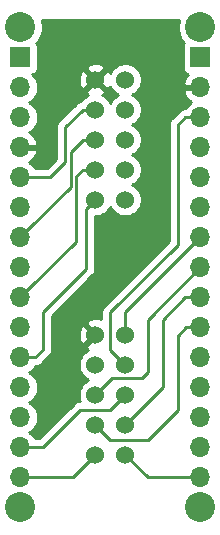
<source format=gbr>
G04 #@! TF.GenerationSoftware,KiCad,Pcbnew,(5.1.4)-1*
G04 #@! TF.CreationDate,2019-10-18T00:08:50-04:00*
G04 #@! TF.ProjectId,RepRap Display Controller,52657052-6170-4204-9469-73706c617920,rev?*
G04 #@! TF.SameCoordinates,Original*
G04 #@! TF.FileFunction,Copper,L1,Top*
G04 #@! TF.FilePolarity,Positive*
%FSLAX46Y46*%
G04 Gerber Fmt 4.6, Leading zero omitted, Abs format (unit mm)*
G04 Created by KiCad (PCBNEW (5.1.4)-1) date 2019-10-18 00:08:50*
%MOMM*%
%LPD*%
G04 APERTURE LIST*
%ADD10C,1.524000*%
%ADD11O,1.700000X1.700000*%
%ADD12R,1.700000X1.700000*%
%ADD13C,2.540000*%
%ADD14C,0.250000*%
%ADD15C,0.254000*%
G04 APERTURE END LIST*
D10*
X148336000Y-94742000D03*
X145796000Y-94742000D03*
X148336000Y-97282000D03*
X145796000Y-97282000D03*
X148336000Y-99822000D03*
X145796000Y-99822000D03*
X148336000Y-102362000D03*
X145796000Y-102362000D03*
X148336000Y-104902000D03*
X145796000Y-104902000D03*
D11*
X154686000Y-106807000D03*
X154686000Y-104267000D03*
X154686000Y-101727000D03*
X154686000Y-99187000D03*
X154686000Y-96647000D03*
X154686000Y-94107000D03*
X154686000Y-91567000D03*
X154686000Y-89027000D03*
X154686000Y-86487000D03*
X154686000Y-83947000D03*
X154686000Y-81407000D03*
X154686000Y-78867000D03*
X154686000Y-76327000D03*
X154686000Y-73787000D03*
D12*
X154686000Y-71247000D03*
D11*
X139446000Y-106807000D03*
X139446000Y-104267000D03*
X139446000Y-101727000D03*
X139446000Y-99187000D03*
X139446000Y-96647000D03*
X139446000Y-94107000D03*
X139446000Y-91567000D03*
X139446000Y-89027000D03*
X139446000Y-86487000D03*
X139446000Y-83947000D03*
X139446000Y-81407000D03*
X139446000Y-78867000D03*
X139446000Y-76327000D03*
X139446000Y-73787000D03*
D12*
X139446000Y-71247000D03*
D10*
X148336000Y-73152000D03*
X145796000Y-73152000D03*
X148336000Y-75692000D03*
X145796000Y-75692000D03*
X148336000Y-78232000D03*
X145796000Y-78232000D03*
X148336000Y-80772000D03*
X145796000Y-80772000D03*
X148336000Y-83312000D03*
X145796000Y-83312000D03*
D13*
X139446000Y-68707000D03*
X139446000Y-109347000D03*
X154686000Y-109347000D03*
X154686000Y-68707000D03*
D14*
X153416000Y-76327000D02*
X154686000Y-76327000D01*
X152781000Y-76962000D02*
X153416000Y-76327000D01*
X152781000Y-87122000D02*
X152781000Y-76962000D01*
X147066000Y-92837000D02*
X152781000Y-87122000D01*
X148336000Y-97282000D02*
X147066000Y-96012000D01*
X147066000Y-96012000D02*
X147066000Y-92837000D01*
X144718370Y-75692000D02*
X143256000Y-77154370D01*
X145796000Y-75692000D02*
X144718370Y-75692000D01*
X143256000Y-77154370D02*
X143256000Y-80137000D01*
X141986000Y-81407000D02*
X139446000Y-81407000D01*
X143256000Y-80137000D02*
X141986000Y-81407000D01*
X140295999Y-85637001D02*
X139446000Y-86487000D01*
X143706010Y-82226990D02*
X140295999Y-85637001D01*
X143706010Y-79244360D02*
X143706010Y-82226990D01*
X144718370Y-78232000D02*
X143706010Y-79244360D01*
X145796000Y-78232000D02*
X144718370Y-78232000D01*
X140295999Y-90717001D02*
X139446000Y-91567000D01*
X144156020Y-86856980D02*
X140295999Y-90717001D01*
X144156020Y-81334350D02*
X144156020Y-86856980D01*
X144718370Y-80772000D02*
X144156020Y-81334350D01*
X145796000Y-80772000D02*
X144718370Y-80772000D01*
X145034001Y-84073999D02*
X145034001Y-89153999D01*
X145796000Y-83312000D02*
X145034001Y-84073999D01*
X145034001Y-89153999D02*
X141351000Y-92837000D01*
X141351000Y-92837000D02*
X141351000Y-96012000D01*
X140716000Y-96647000D02*
X139446000Y-96647000D01*
X141351000Y-96012000D02*
X140716000Y-96647000D01*
X150241000Y-106807000D02*
X148336000Y-104902000D01*
X154686000Y-106807000D02*
X150241000Y-106807000D01*
X141351000Y-104267000D02*
X139446000Y-104267000D01*
X144526000Y-101092000D02*
X141351000Y-104267000D01*
X148336000Y-99822000D02*
X147066000Y-101092000D01*
X147066000Y-101092000D02*
X144526000Y-101092000D01*
X145796000Y-105367000D02*
X145796000Y-104267000D01*
X143891000Y-106807000D02*
X139446000Y-106807000D01*
X145796000Y-104902000D02*
X143891000Y-106807000D01*
X148336000Y-92837000D02*
X154686000Y-86487000D01*
X148336000Y-94742000D02*
X148336000Y-92837000D01*
X147248999Y-98369001D02*
X149788999Y-98369001D01*
X145796000Y-99822000D02*
X147248999Y-98369001D01*
X149788999Y-98369001D02*
X150241000Y-97917000D01*
X150241000Y-93472000D02*
X154686000Y-89027000D01*
X150241000Y-97917000D02*
X150241000Y-93472000D01*
X148336000Y-102362000D02*
X151511000Y-99187000D01*
X151511000Y-99187000D02*
X151511000Y-93472000D01*
X153416000Y-91567000D02*
X154686000Y-91567000D01*
X151511000Y-93472000D02*
X153416000Y-91567000D01*
X153483919Y-94107000D02*
X152781000Y-94809919D01*
X154686000Y-94107000D02*
X153483919Y-94107000D01*
X152781000Y-94809919D02*
X152781000Y-101092000D01*
X152781000Y-101092000D02*
X150241000Y-103632000D01*
X150241000Y-103632000D02*
X147066000Y-103632000D01*
X147066000Y-103632000D02*
X145796000Y-102362000D01*
D15*
G36*
X152854209Y-68151332D02*
G01*
X152781000Y-68519374D01*
X152781000Y-68894626D01*
X152854209Y-69262668D01*
X152997811Y-69609356D01*
X153206290Y-69921366D01*
X153315365Y-70030441D01*
X153305463Y-70042506D01*
X153246498Y-70152820D01*
X153210188Y-70272518D01*
X153197928Y-70397000D01*
X153197928Y-72097000D01*
X153210188Y-72221482D01*
X153246498Y-72341180D01*
X153305463Y-72451494D01*
X153384815Y-72548185D01*
X153481506Y-72627537D01*
X153591820Y-72686502D01*
X153672466Y-72710966D01*
X153588412Y-72786731D01*
X153414359Y-73020080D01*
X153289175Y-73282901D01*
X153244524Y-73430110D01*
X153365845Y-73660000D01*
X154559000Y-73660000D01*
X154559000Y-73640000D01*
X154813000Y-73640000D01*
X154813000Y-73660000D01*
X154833000Y-73660000D01*
X154833000Y-73914000D01*
X154813000Y-73914000D01*
X154813000Y-73934000D01*
X154559000Y-73934000D01*
X154559000Y-73914000D01*
X153365845Y-73914000D01*
X153244524Y-74143890D01*
X153289175Y-74291099D01*
X153414359Y-74553920D01*
X153588412Y-74787269D01*
X153804645Y-74982178D01*
X153921523Y-75051799D01*
X153856986Y-75086294D01*
X153630866Y-75271866D01*
X153445294Y-75497986D01*
X153410058Y-75563908D01*
X153378667Y-75567000D01*
X153267014Y-75577997D01*
X153123753Y-75621454D01*
X152991724Y-75692026D01*
X152875999Y-75786999D01*
X152852200Y-75815998D01*
X152269998Y-76398201D01*
X152241000Y-76421999D01*
X152217202Y-76450997D01*
X152217201Y-76450998D01*
X152146026Y-76537724D01*
X152075454Y-76669754D01*
X152031998Y-76813015D01*
X152017324Y-76962000D01*
X152021001Y-76999332D01*
X152021000Y-86807198D01*
X146554998Y-92273201D01*
X146526000Y-92296999D01*
X146502202Y-92325997D01*
X146502201Y-92325998D01*
X146431026Y-92412724D01*
X146360454Y-92544754D01*
X146337023Y-92622000D01*
X146316998Y-92688014D01*
X146313020Y-92728401D01*
X146302324Y-92837000D01*
X146306001Y-92874332D01*
X146306001Y-93438076D01*
X146265952Y-93419244D01*
X145998865Y-93352977D01*
X145723983Y-93340090D01*
X145451867Y-93381078D01*
X145192977Y-93474364D01*
X145077020Y-93536344D01*
X145010040Y-93776435D01*
X145796000Y-94562395D01*
X145810143Y-94548253D01*
X145989748Y-94727858D01*
X145975605Y-94742000D01*
X145989748Y-94756143D01*
X145810143Y-94935748D01*
X145796000Y-94921605D01*
X145010040Y-95707565D01*
X145077020Y-95947656D01*
X145212760Y-96011485D01*
X145134273Y-96043995D01*
X144905465Y-96196880D01*
X144710880Y-96391465D01*
X144557995Y-96620273D01*
X144452686Y-96874510D01*
X144399000Y-97144408D01*
X144399000Y-97419592D01*
X144452686Y-97689490D01*
X144557995Y-97943727D01*
X144710880Y-98172535D01*
X144905465Y-98367120D01*
X145134273Y-98520005D01*
X145211515Y-98552000D01*
X145134273Y-98583995D01*
X144905465Y-98736880D01*
X144710880Y-98931465D01*
X144557995Y-99160273D01*
X144452686Y-99414510D01*
X144399000Y-99684408D01*
X144399000Y-99959592D01*
X144452686Y-100229490D01*
X144494894Y-100331388D01*
X144488676Y-100332000D01*
X144488667Y-100332000D01*
X144377014Y-100342997D01*
X144235912Y-100385799D01*
X144233753Y-100386454D01*
X144101723Y-100457026D01*
X144018083Y-100525668D01*
X143985999Y-100551999D01*
X143962201Y-100580997D01*
X141036199Y-103507000D01*
X140723595Y-103507000D01*
X140686706Y-103437986D01*
X140501134Y-103211866D01*
X140275014Y-103026294D01*
X140220209Y-102997000D01*
X140275014Y-102967706D01*
X140501134Y-102782134D01*
X140686706Y-102556014D01*
X140824599Y-102298034D01*
X140909513Y-102018111D01*
X140938185Y-101727000D01*
X140909513Y-101435889D01*
X140824599Y-101155966D01*
X140686706Y-100897986D01*
X140501134Y-100671866D01*
X140275014Y-100486294D01*
X140220209Y-100457000D01*
X140275014Y-100427706D01*
X140501134Y-100242134D01*
X140686706Y-100016014D01*
X140824599Y-99758034D01*
X140909513Y-99478111D01*
X140938185Y-99187000D01*
X140909513Y-98895889D01*
X140824599Y-98615966D01*
X140686706Y-98357986D01*
X140501134Y-98131866D01*
X140275014Y-97946294D01*
X140220209Y-97917000D01*
X140275014Y-97887706D01*
X140501134Y-97702134D01*
X140686706Y-97476014D01*
X140721943Y-97410091D01*
X140753322Y-97407000D01*
X140753333Y-97407000D01*
X140864986Y-97396003D01*
X141008247Y-97352546D01*
X141140276Y-97281974D01*
X141256001Y-97187001D01*
X141279803Y-97157998D01*
X141862002Y-96575800D01*
X141891001Y-96552001D01*
X141985974Y-96436276D01*
X142056546Y-96304247D01*
X142100003Y-96160986D01*
X142111000Y-96049333D01*
X142111000Y-96049332D01*
X142114677Y-96012000D01*
X142111000Y-95974667D01*
X142111000Y-94814017D01*
X144394090Y-94814017D01*
X144435078Y-95086133D01*
X144528364Y-95345023D01*
X144590344Y-95460980D01*
X144830435Y-95527960D01*
X145616395Y-94742000D01*
X144830435Y-93956040D01*
X144590344Y-94023020D01*
X144473244Y-94272048D01*
X144406977Y-94539135D01*
X144394090Y-94814017D01*
X142111000Y-94814017D01*
X142111000Y-93151801D01*
X145545004Y-89717798D01*
X145574002Y-89694000D01*
X145600333Y-89661916D01*
X145668975Y-89578276D01*
X145739547Y-89446246D01*
X145783004Y-89302985D01*
X145794001Y-89191332D01*
X145794001Y-89191322D01*
X145797677Y-89153999D01*
X145794001Y-89116676D01*
X145794001Y-84709000D01*
X145933592Y-84709000D01*
X146203490Y-84655314D01*
X146457727Y-84550005D01*
X146686535Y-84397120D01*
X146881120Y-84202535D01*
X147034005Y-83973727D01*
X147066000Y-83896485D01*
X147097995Y-83973727D01*
X147250880Y-84202535D01*
X147445465Y-84397120D01*
X147674273Y-84550005D01*
X147928510Y-84655314D01*
X148198408Y-84709000D01*
X148473592Y-84709000D01*
X148743490Y-84655314D01*
X148997727Y-84550005D01*
X149226535Y-84397120D01*
X149421120Y-84202535D01*
X149574005Y-83973727D01*
X149679314Y-83719490D01*
X149733000Y-83449592D01*
X149733000Y-83174408D01*
X149679314Y-82904510D01*
X149574005Y-82650273D01*
X149421120Y-82421465D01*
X149226535Y-82226880D01*
X148997727Y-82073995D01*
X148920485Y-82042000D01*
X148997727Y-82010005D01*
X149226535Y-81857120D01*
X149421120Y-81662535D01*
X149574005Y-81433727D01*
X149679314Y-81179490D01*
X149733000Y-80909592D01*
X149733000Y-80634408D01*
X149679314Y-80364510D01*
X149574005Y-80110273D01*
X149421120Y-79881465D01*
X149226535Y-79686880D01*
X148997727Y-79533995D01*
X148920485Y-79502000D01*
X148997727Y-79470005D01*
X149226535Y-79317120D01*
X149421120Y-79122535D01*
X149574005Y-78893727D01*
X149679314Y-78639490D01*
X149733000Y-78369592D01*
X149733000Y-78094408D01*
X149679314Y-77824510D01*
X149574005Y-77570273D01*
X149421120Y-77341465D01*
X149226535Y-77146880D01*
X148997727Y-76993995D01*
X148920485Y-76962000D01*
X148997727Y-76930005D01*
X149226535Y-76777120D01*
X149421120Y-76582535D01*
X149574005Y-76353727D01*
X149679314Y-76099490D01*
X149733000Y-75829592D01*
X149733000Y-75554408D01*
X149679314Y-75284510D01*
X149574005Y-75030273D01*
X149421120Y-74801465D01*
X149226535Y-74606880D01*
X148997727Y-74453995D01*
X148920485Y-74422000D01*
X148997727Y-74390005D01*
X149226535Y-74237120D01*
X149421120Y-74042535D01*
X149574005Y-73813727D01*
X149679314Y-73559490D01*
X149733000Y-73289592D01*
X149733000Y-73014408D01*
X149679314Y-72744510D01*
X149574005Y-72490273D01*
X149421120Y-72261465D01*
X149226535Y-72066880D01*
X148997727Y-71913995D01*
X148743490Y-71808686D01*
X148473592Y-71755000D01*
X148198408Y-71755000D01*
X147928510Y-71808686D01*
X147674273Y-71913995D01*
X147445465Y-72066880D01*
X147250880Y-72261465D01*
X147097995Y-72490273D01*
X147068308Y-72561943D01*
X147063636Y-72548977D01*
X147001656Y-72433020D01*
X146761565Y-72366040D01*
X145975605Y-73152000D01*
X146761565Y-73937960D01*
X147001656Y-73870980D01*
X147065485Y-73735240D01*
X147097995Y-73813727D01*
X147250880Y-74042535D01*
X147445465Y-74237120D01*
X147674273Y-74390005D01*
X147751515Y-74422000D01*
X147674273Y-74453995D01*
X147445465Y-74606880D01*
X147250880Y-74801465D01*
X147097995Y-75030273D01*
X147066000Y-75107515D01*
X147034005Y-75030273D01*
X146881120Y-74801465D01*
X146686535Y-74606880D01*
X146457727Y-74453995D01*
X146386057Y-74424308D01*
X146399023Y-74419636D01*
X146514980Y-74357656D01*
X146581960Y-74117565D01*
X145796000Y-73331605D01*
X145010040Y-74117565D01*
X145077020Y-74357656D01*
X145212760Y-74421485D01*
X145134273Y-74453995D01*
X144905465Y-74606880D01*
X144710880Y-74801465D01*
X144619617Y-74938049D01*
X144569384Y-74942997D01*
X144426123Y-74986454D01*
X144294094Y-75057026D01*
X144294092Y-75057027D01*
X144294093Y-75057027D01*
X144207366Y-75128201D01*
X144207362Y-75128205D01*
X144178369Y-75151999D01*
X144154575Y-75180992D01*
X142745002Y-76590567D01*
X142715999Y-76614369D01*
X142670547Y-76669753D01*
X142621026Y-76730094D01*
X142564952Y-76835000D01*
X142550454Y-76862124D01*
X142506997Y-77005385D01*
X142496000Y-77117038D01*
X142496000Y-77117048D01*
X142492324Y-77154370D01*
X142496000Y-77191693D01*
X142496001Y-79822197D01*
X141671199Y-80647000D01*
X140723595Y-80647000D01*
X140686706Y-80577986D01*
X140501134Y-80351866D01*
X140275014Y-80166294D01*
X140210477Y-80131799D01*
X140327355Y-80062178D01*
X140543588Y-79867269D01*
X140717641Y-79633920D01*
X140842825Y-79371099D01*
X140887476Y-79223890D01*
X140766155Y-78994000D01*
X139573000Y-78994000D01*
X139573000Y-79014000D01*
X139319000Y-79014000D01*
X139319000Y-78994000D01*
X139299000Y-78994000D01*
X139299000Y-78740000D01*
X139319000Y-78740000D01*
X139319000Y-78720000D01*
X139573000Y-78720000D01*
X139573000Y-78740000D01*
X140766155Y-78740000D01*
X140887476Y-78510110D01*
X140842825Y-78362901D01*
X140717641Y-78100080D01*
X140543588Y-77866731D01*
X140327355Y-77671822D01*
X140210477Y-77602201D01*
X140275014Y-77567706D01*
X140501134Y-77382134D01*
X140686706Y-77156014D01*
X140824599Y-76898034D01*
X140909513Y-76618111D01*
X140938185Y-76327000D01*
X140909513Y-76035889D01*
X140824599Y-75755966D01*
X140686706Y-75497986D01*
X140501134Y-75271866D01*
X140275014Y-75086294D01*
X140220209Y-75057000D01*
X140275014Y-75027706D01*
X140501134Y-74842134D01*
X140686706Y-74616014D01*
X140824599Y-74358034D01*
X140909513Y-74078111D01*
X140938185Y-73787000D01*
X140909513Y-73495889D01*
X140827042Y-73224017D01*
X144394090Y-73224017D01*
X144435078Y-73496133D01*
X144528364Y-73755023D01*
X144590344Y-73870980D01*
X144830435Y-73937960D01*
X145616395Y-73152000D01*
X144830435Y-72366040D01*
X144590344Y-72433020D01*
X144473244Y-72682048D01*
X144406977Y-72949135D01*
X144394090Y-73224017D01*
X140827042Y-73224017D01*
X140824599Y-73215966D01*
X140686706Y-72957986D01*
X140501134Y-72731866D01*
X140471313Y-72707393D01*
X140540180Y-72686502D01*
X140650494Y-72627537D01*
X140747185Y-72548185D01*
X140826537Y-72451494D01*
X140885502Y-72341180D01*
X140921812Y-72221482D01*
X140925263Y-72186435D01*
X145010040Y-72186435D01*
X145796000Y-72972395D01*
X146581960Y-72186435D01*
X146514980Y-71946344D01*
X146265952Y-71829244D01*
X145998865Y-71762977D01*
X145723983Y-71750090D01*
X145451867Y-71791078D01*
X145192977Y-71884364D01*
X145077020Y-71946344D01*
X145010040Y-72186435D01*
X140925263Y-72186435D01*
X140934072Y-72097000D01*
X140934072Y-70397000D01*
X140921812Y-70272518D01*
X140885502Y-70152820D01*
X140826537Y-70042506D01*
X140816635Y-70030441D01*
X140925710Y-69921366D01*
X141134189Y-69609356D01*
X141277791Y-69262668D01*
X141351000Y-68894626D01*
X141351000Y-68519374D01*
X141277791Y-68151332D01*
X141265641Y-68122000D01*
X152866359Y-68122000D01*
X152854209Y-68151332D01*
X152854209Y-68151332D01*
G37*
X152854209Y-68151332D02*
X152781000Y-68519374D01*
X152781000Y-68894626D01*
X152854209Y-69262668D01*
X152997811Y-69609356D01*
X153206290Y-69921366D01*
X153315365Y-70030441D01*
X153305463Y-70042506D01*
X153246498Y-70152820D01*
X153210188Y-70272518D01*
X153197928Y-70397000D01*
X153197928Y-72097000D01*
X153210188Y-72221482D01*
X153246498Y-72341180D01*
X153305463Y-72451494D01*
X153384815Y-72548185D01*
X153481506Y-72627537D01*
X153591820Y-72686502D01*
X153672466Y-72710966D01*
X153588412Y-72786731D01*
X153414359Y-73020080D01*
X153289175Y-73282901D01*
X153244524Y-73430110D01*
X153365845Y-73660000D01*
X154559000Y-73660000D01*
X154559000Y-73640000D01*
X154813000Y-73640000D01*
X154813000Y-73660000D01*
X154833000Y-73660000D01*
X154833000Y-73914000D01*
X154813000Y-73914000D01*
X154813000Y-73934000D01*
X154559000Y-73934000D01*
X154559000Y-73914000D01*
X153365845Y-73914000D01*
X153244524Y-74143890D01*
X153289175Y-74291099D01*
X153414359Y-74553920D01*
X153588412Y-74787269D01*
X153804645Y-74982178D01*
X153921523Y-75051799D01*
X153856986Y-75086294D01*
X153630866Y-75271866D01*
X153445294Y-75497986D01*
X153410058Y-75563908D01*
X153378667Y-75567000D01*
X153267014Y-75577997D01*
X153123753Y-75621454D01*
X152991724Y-75692026D01*
X152875999Y-75786999D01*
X152852200Y-75815998D01*
X152269998Y-76398201D01*
X152241000Y-76421999D01*
X152217202Y-76450997D01*
X152217201Y-76450998D01*
X152146026Y-76537724D01*
X152075454Y-76669754D01*
X152031998Y-76813015D01*
X152017324Y-76962000D01*
X152021001Y-76999332D01*
X152021000Y-86807198D01*
X146554998Y-92273201D01*
X146526000Y-92296999D01*
X146502202Y-92325997D01*
X146502201Y-92325998D01*
X146431026Y-92412724D01*
X146360454Y-92544754D01*
X146337023Y-92622000D01*
X146316998Y-92688014D01*
X146313020Y-92728401D01*
X146302324Y-92837000D01*
X146306001Y-92874332D01*
X146306001Y-93438076D01*
X146265952Y-93419244D01*
X145998865Y-93352977D01*
X145723983Y-93340090D01*
X145451867Y-93381078D01*
X145192977Y-93474364D01*
X145077020Y-93536344D01*
X145010040Y-93776435D01*
X145796000Y-94562395D01*
X145810143Y-94548253D01*
X145989748Y-94727858D01*
X145975605Y-94742000D01*
X145989748Y-94756143D01*
X145810143Y-94935748D01*
X145796000Y-94921605D01*
X145010040Y-95707565D01*
X145077020Y-95947656D01*
X145212760Y-96011485D01*
X145134273Y-96043995D01*
X144905465Y-96196880D01*
X144710880Y-96391465D01*
X144557995Y-96620273D01*
X144452686Y-96874510D01*
X144399000Y-97144408D01*
X144399000Y-97419592D01*
X144452686Y-97689490D01*
X144557995Y-97943727D01*
X144710880Y-98172535D01*
X144905465Y-98367120D01*
X145134273Y-98520005D01*
X145211515Y-98552000D01*
X145134273Y-98583995D01*
X144905465Y-98736880D01*
X144710880Y-98931465D01*
X144557995Y-99160273D01*
X144452686Y-99414510D01*
X144399000Y-99684408D01*
X144399000Y-99959592D01*
X144452686Y-100229490D01*
X144494894Y-100331388D01*
X144488676Y-100332000D01*
X144488667Y-100332000D01*
X144377014Y-100342997D01*
X144235912Y-100385799D01*
X144233753Y-100386454D01*
X144101723Y-100457026D01*
X144018083Y-100525668D01*
X143985999Y-100551999D01*
X143962201Y-100580997D01*
X141036199Y-103507000D01*
X140723595Y-103507000D01*
X140686706Y-103437986D01*
X140501134Y-103211866D01*
X140275014Y-103026294D01*
X140220209Y-102997000D01*
X140275014Y-102967706D01*
X140501134Y-102782134D01*
X140686706Y-102556014D01*
X140824599Y-102298034D01*
X140909513Y-102018111D01*
X140938185Y-101727000D01*
X140909513Y-101435889D01*
X140824599Y-101155966D01*
X140686706Y-100897986D01*
X140501134Y-100671866D01*
X140275014Y-100486294D01*
X140220209Y-100457000D01*
X140275014Y-100427706D01*
X140501134Y-100242134D01*
X140686706Y-100016014D01*
X140824599Y-99758034D01*
X140909513Y-99478111D01*
X140938185Y-99187000D01*
X140909513Y-98895889D01*
X140824599Y-98615966D01*
X140686706Y-98357986D01*
X140501134Y-98131866D01*
X140275014Y-97946294D01*
X140220209Y-97917000D01*
X140275014Y-97887706D01*
X140501134Y-97702134D01*
X140686706Y-97476014D01*
X140721943Y-97410091D01*
X140753322Y-97407000D01*
X140753333Y-97407000D01*
X140864986Y-97396003D01*
X141008247Y-97352546D01*
X141140276Y-97281974D01*
X141256001Y-97187001D01*
X141279803Y-97157998D01*
X141862002Y-96575800D01*
X141891001Y-96552001D01*
X141985974Y-96436276D01*
X142056546Y-96304247D01*
X142100003Y-96160986D01*
X142111000Y-96049333D01*
X142111000Y-96049332D01*
X142114677Y-96012000D01*
X142111000Y-95974667D01*
X142111000Y-94814017D01*
X144394090Y-94814017D01*
X144435078Y-95086133D01*
X144528364Y-95345023D01*
X144590344Y-95460980D01*
X144830435Y-95527960D01*
X145616395Y-94742000D01*
X144830435Y-93956040D01*
X144590344Y-94023020D01*
X144473244Y-94272048D01*
X144406977Y-94539135D01*
X144394090Y-94814017D01*
X142111000Y-94814017D01*
X142111000Y-93151801D01*
X145545004Y-89717798D01*
X145574002Y-89694000D01*
X145600333Y-89661916D01*
X145668975Y-89578276D01*
X145739547Y-89446246D01*
X145783004Y-89302985D01*
X145794001Y-89191332D01*
X145794001Y-89191322D01*
X145797677Y-89153999D01*
X145794001Y-89116676D01*
X145794001Y-84709000D01*
X145933592Y-84709000D01*
X146203490Y-84655314D01*
X146457727Y-84550005D01*
X146686535Y-84397120D01*
X146881120Y-84202535D01*
X147034005Y-83973727D01*
X147066000Y-83896485D01*
X147097995Y-83973727D01*
X147250880Y-84202535D01*
X147445465Y-84397120D01*
X147674273Y-84550005D01*
X147928510Y-84655314D01*
X148198408Y-84709000D01*
X148473592Y-84709000D01*
X148743490Y-84655314D01*
X148997727Y-84550005D01*
X149226535Y-84397120D01*
X149421120Y-84202535D01*
X149574005Y-83973727D01*
X149679314Y-83719490D01*
X149733000Y-83449592D01*
X149733000Y-83174408D01*
X149679314Y-82904510D01*
X149574005Y-82650273D01*
X149421120Y-82421465D01*
X149226535Y-82226880D01*
X148997727Y-82073995D01*
X148920485Y-82042000D01*
X148997727Y-82010005D01*
X149226535Y-81857120D01*
X149421120Y-81662535D01*
X149574005Y-81433727D01*
X149679314Y-81179490D01*
X149733000Y-80909592D01*
X149733000Y-80634408D01*
X149679314Y-80364510D01*
X149574005Y-80110273D01*
X149421120Y-79881465D01*
X149226535Y-79686880D01*
X148997727Y-79533995D01*
X148920485Y-79502000D01*
X148997727Y-79470005D01*
X149226535Y-79317120D01*
X149421120Y-79122535D01*
X149574005Y-78893727D01*
X149679314Y-78639490D01*
X149733000Y-78369592D01*
X149733000Y-78094408D01*
X149679314Y-77824510D01*
X149574005Y-77570273D01*
X149421120Y-77341465D01*
X149226535Y-77146880D01*
X148997727Y-76993995D01*
X148920485Y-76962000D01*
X148997727Y-76930005D01*
X149226535Y-76777120D01*
X149421120Y-76582535D01*
X149574005Y-76353727D01*
X149679314Y-76099490D01*
X149733000Y-75829592D01*
X149733000Y-75554408D01*
X149679314Y-75284510D01*
X149574005Y-75030273D01*
X149421120Y-74801465D01*
X149226535Y-74606880D01*
X148997727Y-74453995D01*
X148920485Y-74422000D01*
X148997727Y-74390005D01*
X149226535Y-74237120D01*
X149421120Y-74042535D01*
X149574005Y-73813727D01*
X149679314Y-73559490D01*
X149733000Y-73289592D01*
X149733000Y-73014408D01*
X149679314Y-72744510D01*
X149574005Y-72490273D01*
X149421120Y-72261465D01*
X149226535Y-72066880D01*
X148997727Y-71913995D01*
X148743490Y-71808686D01*
X148473592Y-71755000D01*
X148198408Y-71755000D01*
X147928510Y-71808686D01*
X147674273Y-71913995D01*
X147445465Y-72066880D01*
X147250880Y-72261465D01*
X147097995Y-72490273D01*
X147068308Y-72561943D01*
X147063636Y-72548977D01*
X147001656Y-72433020D01*
X146761565Y-72366040D01*
X145975605Y-73152000D01*
X146761565Y-73937960D01*
X147001656Y-73870980D01*
X147065485Y-73735240D01*
X147097995Y-73813727D01*
X147250880Y-74042535D01*
X147445465Y-74237120D01*
X147674273Y-74390005D01*
X147751515Y-74422000D01*
X147674273Y-74453995D01*
X147445465Y-74606880D01*
X147250880Y-74801465D01*
X147097995Y-75030273D01*
X147066000Y-75107515D01*
X147034005Y-75030273D01*
X146881120Y-74801465D01*
X146686535Y-74606880D01*
X146457727Y-74453995D01*
X146386057Y-74424308D01*
X146399023Y-74419636D01*
X146514980Y-74357656D01*
X146581960Y-74117565D01*
X145796000Y-73331605D01*
X145010040Y-74117565D01*
X145077020Y-74357656D01*
X145212760Y-74421485D01*
X145134273Y-74453995D01*
X144905465Y-74606880D01*
X144710880Y-74801465D01*
X144619617Y-74938049D01*
X144569384Y-74942997D01*
X144426123Y-74986454D01*
X144294094Y-75057026D01*
X144294092Y-75057027D01*
X144294093Y-75057027D01*
X144207366Y-75128201D01*
X144207362Y-75128205D01*
X144178369Y-75151999D01*
X144154575Y-75180992D01*
X142745002Y-76590567D01*
X142715999Y-76614369D01*
X142670547Y-76669753D01*
X142621026Y-76730094D01*
X142564952Y-76835000D01*
X142550454Y-76862124D01*
X142506997Y-77005385D01*
X142496000Y-77117038D01*
X142496000Y-77117048D01*
X142492324Y-77154370D01*
X142496000Y-77191693D01*
X142496001Y-79822197D01*
X141671199Y-80647000D01*
X140723595Y-80647000D01*
X140686706Y-80577986D01*
X140501134Y-80351866D01*
X140275014Y-80166294D01*
X140210477Y-80131799D01*
X140327355Y-80062178D01*
X140543588Y-79867269D01*
X140717641Y-79633920D01*
X140842825Y-79371099D01*
X140887476Y-79223890D01*
X140766155Y-78994000D01*
X139573000Y-78994000D01*
X139573000Y-79014000D01*
X139319000Y-79014000D01*
X139319000Y-78994000D01*
X139299000Y-78994000D01*
X139299000Y-78740000D01*
X139319000Y-78740000D01*
X139319000Y-78720000D01*
X139573000Y-78720000D01*
X139573000Y-78740000D01*
X140766155Y-78740000D01*
X140887476Y-78510110D01*
X140842825Y-78362901D01*
X140717641Y-78100080D01*
X140543588Y-77866731D01*
X140327355Y-77671822D01*
X140210477Y-77602201D01*
X140275014Y-77567706D01*
X140501134Y-77382134D01*
X140686706Y-77156014D01*
X140824599Y-76898034D01*
X140909513Y-76618111D01*
X140938185Y-76327000D01*
X140909513Y-76035889D01*
X140824599Y-75755966D01*
X140686706Y-75497986D01*
X140501134Y-75271866D01*
X140275014Y-75086294D01*
X140220209Y-75057000D01*
X140275014Y-75027706D01*
X140501134Y-74842134D01*
X140686706Y-74616014D01*
X140824599Y-74358034D01*
X140909513Y-74078111D01*
X140938185Y-73787000D01*
X140909513Y-73495889D01*
X140827042Y-73224017D01*
X144394090Y-73224017D01*
X144435078Y-73496133D01*
X144528364Y-73755023D01*
X144590344Y-73870980D01*
X144830435Y-73937960D01*
X145616395Y-73152000D01*
X144830435Y-72366040D01*
X144590344Y-72433020D01*
X144473244Y-72682048D01*
X144406977Y-72949135D01*
X144394090Y-73224017D01*
X140827042Y-73224017D01*
X140824599Y-73215966D01*
X140686706Y-72957986D01*
X140501134Y-72731866D01*
X140471313Y-72707393D01*
X140540180Y-72686502D01*
X140650494Y-72627537D01*
X140747185Y-72548185D01*
X140826537Y-72451494D01*
X140885502Y-72341180D01*
X140921812Y-72221482D01*
X140925263Y-72186435D01*
X145010040Y-72186435D01*
X145796000Y-72972395D01*
X146581960Y-72186435D01*
X146514980Y-71946344D01*
X146265952Y-71829244D01*
X145998865Y-71762977D01*
X145723983Y-71750090D01*
X145451867Y-71791078D01*
X145192977Y-71884364D01*
X145077020Y-71946344D01*
X145010040Y-72186435D01*
X140925263Y-72186435D01*
X140934072Y-72097000D01*
X140934072Y-70397000D01*
X140921812Y-70272518D01*
X140885502Y-70152820D01*
X140826537Y-70042506D01*
X140816635Y-70030441D01*
X140925710Y-69921366D01*
X141134189Y-69609356D01*
X141277791Y-69262668D01*
X141351000Y-68894626D01*
X141351000Y-68519374D01*
X141277791Y-68151332D01*
X141265641Y-68122000D01*
X152866359Y-68122000D01*
X152854209Y-68151332D01*
M02*

</source>
